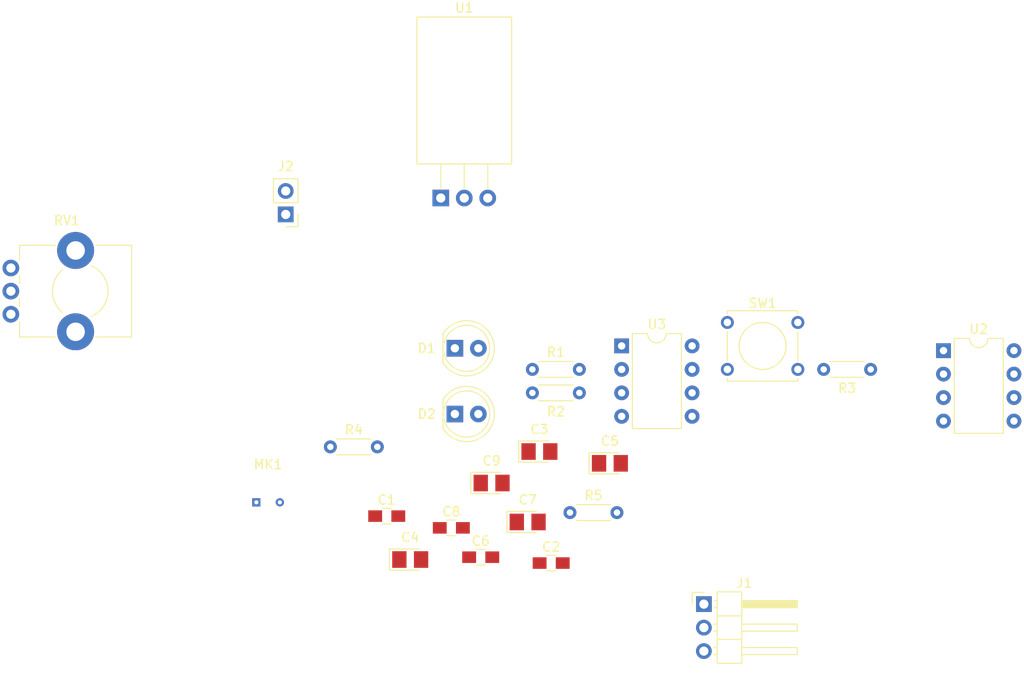
<source format=kicad_pcb>
(kicad_pcb (version 4) (host pcbnew 4.0.7)

  (general
    (links 45)
    (no_connects 45)
    (area 0 0 0 0)
    (thickness 1.6)
    (drawings 0)
    (tracks 0)
    (zones 0)
    (modules 24)
    (nets 21)
  )

  (page A4)
  (layers
    (0 F.Cu signal)
    (31 B.Cu signal)
    (32 B.Adhes user)
    (33 F.Adhes user)
    (34 B.Paste user)
    (35 F.Paste user)
    (36 B.SilkS user)
    (37 F.SilkS user)
    (38 B.Mask user)
    (39 F.Mask user)
    (40 Dwgs.User user)
    (41 Cmts.User user)
    (42 Eco1.User user)
    (43 Eco2.User user)
    (44 Edge.Cuts user)
    (45 Margin user)
    (46 B.CrtYd user)
    (47 F.CrtYd user)
    (48 B.Fab user)
    (49 F.Fab user)
  )

  (setup
    (last_trace_width 0.25)
    (trace_clearance 0.2)
    (zone_clearance 0.508)
    (zone_45_only no)
    (trace_min 0.2)
    (segment_width 0.2)
    (edge_width 0.15)
    (via_size 0.6)
    (via_drill 0.4)
    (via_min_size 0.4)
    (via_min_drill 0.3)
    (uvia_size 0.3)
    (uvia_drill 0.1)
    (uvias_allowed no)
    (uvia_min_size 0.2)
    (uvia_min_drill 0.1)
    (pcb_text_width 0.3)
    (pcb_text_size 1.5 1.5)
    (mod_edge_width 0.15)
    (mod_text_size 1 1)
    (mod_text_width 0.15)
    (pad_size 1.397 1.397)
    (pad_drill 0.8128)
    (pad_to_mask_clearance 0.2)
    (aux_axis_origin 0 0)
    (visible_elements 7FFFFFFF)
    (pcbplotparams
      (layerselection 0x00030_80000001)
      (usegerberextensions false)
      (excludeedgelayer true)
      (linewidth 0.100000)
      (plotframeref false)
      (viasonmask false)
      (mode 1)
      (useauxorigin false)
      (hpglpennumber 1)
      (hpglpenspeed 20)
      (hpglpendiameter 15)
      (hpglpenoverlay 2)
      (psnegative false)
      (psa4output false)
      (plotreference true)
      (plotvalue true)
      (plotinvisibletext false)
      (padsonsilk false)
      (subtractmaskfromsilk false)
      (outputformat 1)
      (mirror false)
      (drillshape 1)
      (scaleselection 1)
      (outputdirectory ""))
  )

  (net 0 "")
  (net 1 GND)
  (net 2 +5V)
  (net 3 "Net-(C3-Pad1)")
  (net 4 "Net-(C3-Pad2)")
  (net 5 "Net-(C4-Pad2)")
  (net 6 "Net-(C5-Pad1)")
  (net 7 "Net-(C5-Pad2)")
  (net 8 "Net-(C6-Pad2)")
  (net 9 "Net-(D1-Pad2)")
  (net 10 "Net-(D2-Pad2)")
  (net 11 "Net-(R1-Pad2)")
  (net 12 "Net-(R2-Pad2)")
  (net 13 "Net-(U3-Pad1)")
  (net 14 "Net-(C1-Pad1)")
  (net 15 /AUD_UC)
  (net 16 /AUD)
  (net 17 /SERVO)
  (net 18 "Net-(RV1-Pad2)")
  (net 19 "Net-(R3-Pad1)")
  (net 20 "Net-(SW1-Pad4)")

  (net_class Default "This is the default net class."
    (clearance 0.2)
    (trace_width 0.25)
    (via_dia 0.6)
    (via_drill 0.4)
    (uvia_dia 0.3)
    (uvia_drill 0.1)
    (add_net +5V)
    (add_net /AUD)
    (add_net /AUD_UC)
    (add_net /SERVO)
    (add_net GND)
    (add_net "Net-(C1-Pad1)")
    (add_net "Net-(C3-Pad1)")
    (add_net "Net-(C3-Pad2)")
    (add_net "Net-(C4-Pad2)")
    (add_net "Net-(C5-Pad1)")
    (add_net "Net-(C5-Pad2)")
    (add_net "Net-(C6-Pad2)")
    (add_net "Net-(D1-Pad2)")
    (add_net "Net-(D2-Pad2)")
    (add_net "Net-(R1-Pad2)")
    (add_net "Net-(R2-Pad2)")
    (add_net "Net-(R3-Pad1)")
    (add_net "Net-(RV1-Pad2)")
    (add_net "Net-(SW1-Pad4)")
    (add_net "Net-(U3-Pad1)")
  )

  (module Capacitors_SMD:C_0805_HandSoldering (layer F.Cu) (tedit 58AA84A8) (tstamp 5B0AD7DD)
    (at 137.16 108.585)
    (descr "Capacitor SMD 0805, hand soldering")
    (tags "capacitor 0805")
    (path /5AB7BAA1)
    (attr smd)
    (fp_text reference C1 (at 0 -1.75) (layer F.SilkS)
      (effects (font (size 1 1) (thickness 0.15)))
    )
    (fp_text value 330nF (at 0 1.75) (layer F.Fab)
      (effects (font (size 1 1) (thickness 0.15)))
    )
    (fp_text user %R (at 0 -1.75) (layer F.Fab)
      (effects (font (size 1 1) (thickness 0.15)))
    )
    (fp_line (start -1 0.62) (end -1 -0.62) (layer F.Fab) (width 0.1))
    (fp_line (start 1 0.62) (end -1 0.62) (layer F.Fab) (width 0.1))
    (fp_line (start 1 -0.62) (end 1 0.62) (layer F.Fab) (width 0.1))
    (fp_line (start -1 -0.62) (end 1 -0.62) (layer F.Fab) (width 0.1))
    (fp_line (start 0.5 -0.85) (end -0.5 -0.85) (layer F.SilkS) (width 0.12))
    (fp_line (start -0.5 0.85) (end 0.5 0.85) (layer F.SilkS) (width 0.12))
    (fp_line (start -2.25 -0.88) (end 2.25 -0.88) (layer F.CrtYd) (width 0.05))
    (fp_line (start -2.25 -0.88) (end -2.25 0.87) (layer F.CrtYd) (width 0.05))
    (fp_line (start 2.25 0.87) (end 2.25 -0.88) (layer F.CrtYd) (width 0.05))
    (fp_line (start 2.25 0.87) (end -2.25 0.87) (layer F.CrtYd) (width 0.05))
    (pad 1 smd rect (at -1.25 0) (size 1.5 1.25) (layers F.Cu F.Paste F.Mask)
      (net 14 "Net-(C1-Pad1)"))
    (pad 2 smd rect (at 1.25 0) (size 1.5 1.25) (layers F.Cu F.Paste F.Mask)
      (net 1 GND))
    (model Capacitors_SMD.3dshapes/C_0805.wrl
      (at (xyz 0 0 0))
      (scale (xyz 1 1 1))
      (rotate (xyz 0 0 0))
    )
  )

  (module Capacitors_SMD:C_0805_HandSoldering (layer F.Cu) (tedit 58AA84A8) (tstamp 5B0AD7E3)
    (at 154.94 113.665)
    (descr "Capacitor SMD 0805, hand soldering")
    (tags "capacitor 0805")
    (path /5AB7BA5E)
    (attr smd)
    (fp_text reference C2 (at 0 -1.75) (layer F.SilkS)
      (effects (font (size 1 1) (thickness 0.15)))
    )
    (fp_text value 100nF (at 0 1.75) (layer F.Fab)
      (effects (font (size 1 1) (thickness 0.15)))
    )
    (fp_text user %R (at 0 -1.75) (layer F.Fab)
      (effects (font (size 1 1) (thickness 0.15)))
    )
    (fp_line (start -1 0.62) (end -1 -0.62) (layer F.Fab) (width 0.1))
    (fp_line (start 1 0.62) (end -1 0.62) (layer F.Fab) (width 0.1))
    (fp_line (start 1 -0.62) (end 1 0.62) (layer F.Fab) (width 0.1))
    (fp_line (start -1 -0.62) (end 1 -0.62) (layer F.Fab) (width 0.1))
    (fp_line (start 0.5 -0.85) (end -0.5 -0.85) (layer F.SilkS) (width 0.12))
    (fp_line (start -0.5 0.85) (end 0.5 0.85) (layer F.SilkS) (width 0.12))
    (fp_line (start -2.25 -0.88) (end 2.25 -0.88) (layer F.CrtYd) (width 0.05))
    (fp_line (start -2.25 -0.88) (end -2.25 0.87) (layer F.CrtYd) (width 0.05))
    (fp_line (start 2.25 0.87) (end 2.25 -0.88) (layer F.CrtYd) (width 0.05))
    (fp_line (start 2.25 0.87) (end -2.25 0.87) (layer F.CrtYd) (width 0.05))
    (pad 1 smd rect (at -1.25 0) (size 1.5 1.25) (layers F.Cu F.Paste F.Mask)
      (net 2 +5V))
    (pad 2 smd rect (at 1.25 0) (size 1.5 1.25) (layers F.Cu F.Paste F.Mask)
      (net 1 GND))
    (model Capacitors_SMD.3dshapes/C_0805.wrl
      (at (xyz 0 0 0))
      (scale (xyz 1 1 1))
      (rotate (xyz 0 0 0))
    )
  )

  (module Capacitors_Tantalum_SMD:CP_Tantalum_Case-R_EIA-2012-12_Reflow (layer F.Cu) (tedit 58CC8C08) (tstamp 5B0AD7E9)
    (at 153.67 101.6)
    (descr "Tantalum capacitor, Case R, EIA 2012-12, 2.0x1.3x1.2mm, Reflow soldering footprint")
    (tags "capacitor tantalum smd")
    (path /5AB8D784)
    (attr smd)
    (fp_text reference C3 (at 0 -2.4) (layer F.SilkS)
      (effects (font (size 1 1) (thickness 0.15)))
    )
    (fp_text value 10uF (at 0 2.4) (layer F.Fab)
      (effects (font (size 1 1) (thickness 0.15)))
    )
    (fp_text user %R (at 0 0) (layer F.Fab)
      (effects (font (size 0.5 0.5) (thickness 0.075)))
    )
    (fp_line (start -2.35 -1.3) (end -2.35 1.3) (layer F.CrtYd) (width 0.05))
    (fp_line (start -2.35 1.3) (end 2.35 1.3) (layer F.CrtYd) (width 0.05))
    (fp_line (start 2.35 1.3) (end 2.35 -1.3) (layer F.CrtYd) (width 0.05))
    (fp_line (start 2.35 -1.3) (end -2.35 -1.3) (layer F.CrtYd) (width 0.05))
    (fp_line (start -1 -0.65) (end -1 0.65) (layer F.Fab) (width 0.1))
    (fp_line (start -1 0.65) (end 1 0.65) (layer F.Fab) (width 0.1))
    (fp_line (start 1 0.65) (end 1 -0.65) (layer F.Fab) (width 0.1))
    (fp_line (start 1 -0.65) (end -1 -0.65) (layer F.Fab) (width 0.1))
    (fp_line (start -0.8 -0.65) (end -0.8 0.65) (layer F.Fab) (width 0.1))
    (fp_line (start -0.7 -0.65) (end -0.7 0.65) (layer F.Fab) (width 0.1))
    (fp_line (start -2.25 -1.15) (end 1 -1.15) (layer F.SilkS) (width 0.12))
    (fp_line (start -2.25 1.15) (end 1 1.15) (layer F.SilkS) (width 0.12))
    (fp_line (start -2.25 -1.15) (end -2.25 1.15) (layer F.SilkS) (width 0.12))
    (pad 1 smd rect (at -1.175 0) (size 1.55 1.8) (layers F.Cu F.Paste F.Mask)
      (net 3 "Net-(C3-Pad1)"))
    (pad 2 smd rect (at 1.175 0) (size 1.55 1.8) (layers F.Cu F.Paste F.Mask)
      (net 4 "Net-(C3-Pad2)"))
    (model Capacitors_Tantalum_SMD.3dshapes/CP_Tantalum_Case-R_EIA-2012-12.wrl
      (at (xyz 0 0 0))
      (scale (xyz 1 1 1))
      (rotate (xyz 0 0 0))
    )
  )

  (module Capacitors_Tantalum_SMD:CP_Tantalum_Case-R_EIA-2012-12_Reflow (layer F.Cu) (tedit 58CC8C08) (tstamp 5B0AD7EF)
    (at 139.7 113.284)
    (descr "Tantalum capacitor, Case R, EIA 2012-12, 2.0x1.3x1.2mm, Reflow soldering footprint")
    (tags "capacitor tantalum smd")
    (path /5AB8E4DE)
    (attr smd)
    (fp_text reference C4 (at 0 -2.4) (layer F.SilkS)
      (effects (font (size 1 1) (thickness 0.15)))
    )
    (fp_text value 10uF (at 0 2.4) (layer F.Fab)
      (effects (font (size 1 1) (thickness 0.15)))
    )
    (fp_text user %R (at 0 0) (layer F.Fab)
      (effects (font (size 0.5 0.5) (thickness 0.075)))
    )
    (fp_line (start -2.35 -1.3) (end -2.35 1.3) (layer F.CrtYd) (width 0.05))
    (fp_line (start -2.35 1.3) (end 2.35 1.3) (layer F.CrtYd) (width 0.05))
    (fp_line (start 2.35 1.3) (end 2.35 -1.3) (layer F.CrtYd) (width 0.05))
    (fp_line (start 2.35 -1.3) (end -2.35 -1.3) (layer F.CrtYd) (width 0.05))
    (fp_line (start -1 -0.65) (end -1 0.65) (layer F.Fab) (width 0.1))
    (fp_line (start -1 0.65) (end 1 0.65) (layer F.Fab) (width 0.1))
    (fp_line (start 1 0.65) (end 1 -0.65) (layer F.Fab) (width 0.1))
    (fp_line (start 1 -0.65) (end -1 -0.65) (layer F.Fab) (width 0.1))
    (fp_line (start -0.8 -0.65) (end -0.8 0.65) (layer F.Fab) (width 0.1))
    (fp_line (start -0.7 -0.65) (end -0.7 0.65) (layer F.Fab) (width 0.1))
    (fp_line (start -2.25 -1.15) (end 1 -1.15) (layer F.SilkS) (width 0.12))
    (fp_line (start -2.25 1.15) (end 1 1.15) (layer F.SilkS) (width 0.12))
    (fp_line (start -2.25 -1.15) (end -2.25 1.15) (layer F.SilkS) (width 0.12))
    (pad 1 smd rect (at -1.175 0) (size 1.55 1.8) (layers F.Cu F.Paste F.Mask)
      (net 1 GND))
    (pad 2 smd rect (at 1.175 0) (size 1.55 1.8) (layers F.Cu F.Paste F.Mask)
      (net 5 "Net-(C4-Pad2)"))
    (model Capacitors_Tantalum_SMD.3dshapes/CP_Tantalum_Case-R_EIA-2012-12.wrl
      (at (xyz 0 0 0))
      (scale (xyz 1 1 1))
      (rotate (xyz 0 0 0))
    )
  )

  (module Capacitors_Tantalum_SMD:CP_Tantalum_Case-R_EIA-2012-12_Reflow (layer F.Cu) (tedit 58CC8C08) (tstamp 5B0AD7F5)
    (at 161.29 102.87)
    (descr "Tantalum capacitor, Case R, EIA 2012-12, 2.0x1.3x1.2mm, Reflow soldering footprint")
    (tags "capacitor tantalum smd")
    (path /5AB8E778)
    (attr smd)
    (fp_text reference C5 (at 0 -2.4) (layer F.SilkS)
      (effects (font (size 1 1) (thickness 0.15)))
    )
    (fp_text value 10uF (at 0 2.4) (layer F.Fab)
      (effects (font (size 1 1) (thickness 0.15)))
    )
    (fp_text user %R (at 0 0) (layer F.Fab)
      (effects (font (size 0.5 0.5) (thickness 0.075)))
    )
    (fp_line (start -2.35 -1.3) (end -2.35 1.3) (layer F.CrtYd) (width 0.05))
    (fp_line (start -2.35 1.3) (end 2.35 1.3) (layer F.CrtYd) (width 0.05))
    (fp_line (start 2.35 1.3) (end 2.35 -1.3) (layer F.CrtYd) (width 0.05))
    (fp_line (start 2.35 -1.3) (end -2.35 -1.3) (layer F.CrtYd) (width 0.05))
    (fp_line (start -1 -0.65) (end -1 0.65) (layer F.Fab) (width 0.1))
    (fp_line (start -1 0.65) (end 1 0.65) (layer F.Fab) (width 0.1))
    (fp_line (start 1 0.65) (end 1 -0.65) (layer F.Fab) (width 0.1))
    (fp_line (start 1 -0.65) (end -1 -0.65) (layer F.Fab) (width 0.1))
    (fp_line (start -0.8 -0.65) (end -0.8 0.65) (layer F.Fab) (width 0.1))
    (fp_line (start -0.7 -0.65) (end -0.7 0.65) (layer F.Fab) (width 0.1))
    (fp_line (start -2.25 -1.15) (end 1 -1.15) (layer F.SilkS) (width 0.12))
    (fp_line (start -2.25 1.15) (end 1 1.15) (layer F.SilkS) (width 0.12))
    (fp_line (start -2.25 -1.15) (end -2.25 1.15) (layer F.SilkS) (width 0.12))
    (pad 1 smd rect (at -1.175 0) (size 1.55 1.8) (layers F.Cu F.Paste F.Mask)
      (net 6 "Net-(C5-Pad1)"))
    (pad 2 smd rect (at 1.175 0) (size 1.55 1.8) (layers F.Cu F.Paste F.Mask)
      (net 7 "Net-(C5-Pad2)"))
    (model Capacitors_Tantalum_SMD.3dshapes/CP_Tantalum_Case-R_EIA-2012-12.wrl
      (at (xyz 0 0 0))
      (scale (xyz 1 1 1))
      (rotate (xyz 0 0 0))
    )
  )

  (module Capacitors_SMD:C_0805_HandSoldering (layer F.Cu) (tedit 58AA84A8) (tstamp 5B0AD7FB)
    (at 147.32 113.03)
    (descr "Capacitor SMD 0805, hand soldering")
    (tags "capacitor 0805")
    (path /5AB8633E)
    (attr smd)
    (fp_text reference C6 (at 0 -1.75) (layer F.SilkS)
      (effects (font (size 1 1) (thickness 0.15)))
    )
    (fp_text value 47nF (at 0 1.75) (layer F.Fab)
      (effects (font (size 1 1) (thickness 0.15)))
    )
    (fp_text user %R (at 0 -1.75) (layer F.Fab)
      (effects (font (size 1 1) (thickness 0.15)))
    )
    (fp_line (start -1 0.62) (end -1 -0.62) (layer F.Fab) (width 0.1))
    (fp_line (start 1 0.62) (end -1 0.62) (layer F.Fab) (width 0.1))
    (fp_line (start 1 -0.62) (end 1 0.62) (layer F.Fab) (width 0.1))
    (fp_line (start -1 -0.62) (end 1 -0.62) (layer F.Fab) (width 0.1))
    (fp_line (start 0.5 -0.85) (end -0.5 -0.85) (layer F.SilkS) (width 0.12))
    (fp_line (start -0.5 0.85) (end 0.5 0.85) (layer F.SilkS) (width 0.12))
    (fp_line (start -2.25 -0.88) (end 2.25 -0.88) (layer F.CrtYd) (width 0.05))
    (fp_line (start -2.25 -0.88) (end -2.25 0.87) (layer F.CrtYd) (width 0.05))
    (fp_line (start 2.25 0.87) (end 2.25 -0.88) (layer F.CrtYd) (width 0.05))
    (fp_line (start 2.25 0.87) (end -2.25 0.87) (layer F.CrtYd) (width 0.05))
    (pad 1 smd rect (at -1.25 0) (size 1.5 1.25) (layers F.Cu F.Paste F.Mask)
      (net 15 /AUD_UC))
    (pad 2 smd rect (at 1.25 0) (size 1.5 1.25) (layers F.Cu F.Paste F.Mask)
      (net 8 "Net-(C6-Pad2)"))
    (model Capacitors_SMD.3dshapes/C_0805.wrl
      (at (xyz 0 0 0))
      (scale (xyz 1 1 1))
      (rotate (xyz 0 0 0))
    )
  )

  (module Capacitors_Tantalum_SMD:CP_Tantalum_Case-R_EIA-2012-12_Reflow (layer F.Cu) (tedit 58CC8C08) (tstamp 5B0AD801)
    (at 152.4 109.22)
    (descr "Tantalum capacitor, Case R, EIA 2012-12, 2.0x1.3x1.2mm, Reflow soldering footprint")
    (tags "capacitor tantalum smd")
    (path /5AB8E40B)
    (attr smd)
    (fp_text reference C7 (at 0 -2.4) (layer F.SilkS)
      (effects (font (size 1 1) (thickness 0.15)))
    )
    (fp_text value 220uF (at 0 2.4) (layer F.Fab)
      (effects (font (size 1 1) (thickness 0.15)))
    )
    (fp_text user %R (at 0 0) (layer F.Fab)
      (effects (font (size 0.5 0.5) (thickness 0.075)))
    )
    (fp_line (start -2.35 -1.3) (end -2.35 1.3) (layer F.CrtYd) (width 0.05))
    (fp_line (start -2.35 1.3) (end 2.35 1.3) (layer F.CrtYd) (width 0.05))
    (fp_line (start 2.35 1.3) (end 2.35 -1.3) (layer F.CrtYd) (width 0.05))
    (fp_line (start 2.35 -1.3) (end -2.35 -1.3) (layer F.CrtYd) (width 0.05))
    (fp_line (start -1 -0.65) (end -1 0.65) (layer F.Fab) (width 0.1))
    (fp_line (start -1 0.65) (end 1 0.65) (layer F.Fab) (width 0.1))
    (fp_line (start 1 0.65) (end 1 -0.65) (layer F.Fab) (width 0.1))
    (fp_line (start 1 -0.65) (end -1 -0.65) (layer F.Fab) (width 0.1))
    (fp_line (start -0.8 -0.65) (end -0.8 0.65) (layer F.Fab) (width 0.1))
    (fp_line (start -0.7 -0.65) (end -0.7 0.65) (layer F.Fab) (width 0.1))
    (fp_line (start -2.25 -1.15) (end 1 -1.15) (layer F.SilkS) (width 0.12))
    (fp_line (start -2.25 1.15) (end 1 1.15) (layer F.SilkS) (width 0.12))
    (fp_line (start -2.25 -1.15) (end -2.25 1.15) (layer F.SilkS) (width 0.12))
    (pad 1 smd rect (at -1.175 0) (size 1.55 1.8) (layers F.Cu F.Paste F.Mask)
      (net 15 /AUD_UC))
    (pad 2 smd rect (at 1.175 0) (size 1.55 1.8) (layers F.Cu F.Paste F.Mask)
      (net 16 /AUD))
    (model Capacitors_Tantalum_SMD.3dshapes/CP_Tantalum_Case-R_EIA-2012-12.wrl
      (at (xyz 0 0 0))
      (scale (xyz 1 1 1))
      (rotate (xyz 0 0 0))
    )
  )

  (module Capacitors_SMD:C_0805_HandSoldering (layer F.Cu) (tedit 58AA84A8) (tstamp 5B0AD807)
    (at 144.145 109.855)
    (descr "Capacitor SMD 0805, hand soldering")
    (tags "capacitor 0805")
    (path /5AC8E996)
    (attr smd)
    (fp_text reference C8 (at 0 -1.75) (layer F.SilkS)
      (effects (font (size 1 1) (thickness 0.15)))
    )
    (fp_text value 100nF (at 0 1.75) (layer F.Fab)
      (effects (font (size 1 1) (thickness 0.15)))
    )
    (fp_text user %R (at 0 -1.75) (layer F.Fab)
      (effects (font (size 1 1) (thickness 0.15)))
    )
    (fp_line (start -1 0.62) (end -1 -0.62) (layer F.Fab) (width 0.1))
    (fp_line (start 1 0.62) (end -1 0.62) (layer F.Fab) (width 0.1))
    (fp_line (start 1 -0.62) (end 1 0.62) (layer F.Fab) (width 0.1))
    (fp_line (start -1 -0.62) (end 1 -0.62) (layer F.Fab) (width 0.1))
    (fp_line (start 0.5 -0.85) (end -0.5 -0.85) (layer F.SilkS) (width 0.12))
    (fp_line (start -0.5 0.85) (end 0.5 0.85) (layer F.SilkS) (width 0.12))
    (fp_line (start -2.25 -0.88) (end 2.25 -0.88) (layer F.CrtYd) (width 0.05))
    (fp_line (start -2.25 -0.88) (end -2.25 0.87) (layer F.CrtYd) (width 0.05))
    (fp_line (start 2.25 0.87) (end 2.25 -0.88) (layer F.CrtYd) (width 0.05))
    (fp_line (start 2.25 0.87) (end -2.25 0.87) (layer F.CrtYd) (width 0.05))
    (pad 1 smd rect (at -1.25 0) (size 1.5 1.25) (layers F.Cu F.Paste F.Mask)
      (net 2 +5V))
    (pad 2 smd rect (at 1.25 0) (size 1.5 1.25) (layers F.Cu F.Paste F.Mask)
      (net 1 GND))
    (model Capacitors_SMD.3dshapes/C_0805.wrl
      (at (xyz 0 0 0))
      (scale (xyz 1 1 1))
      (rotate (xyz 0 0 0))
    )
  )

  (module Capacitors_Tantalum_SMD:CP_Tantalum_Case-R_EIA-2012-12_Reflow (layer F.Cu) (tedit 58CC8C08) (tstamp 5B0AD80D)
    (at 148.5011 105.0036)
    (descr "Tantalum capacitor, Case R, EIA 2012-12, 2.0x1.3x1.2mm, Reflow soldering footprint")
    (tags "capacitor tantalum smd")
    (path /5AC8EB6D)
    (attr smd)
    (fp_text reference C9 (at 0 -2.4) (layer F.SilkS)
      (effects (font (size 1 1) (thickness 0.15)))
    )
    (fp_text value 100uF (at 0 2.4) (layer F.Fab)
      (effects (font (size 1 1) (thickness 0.15)))
    )
    (fp_text user %R (at 0 0) (layer F.Fab)
      (effects (font (size 0.5 0.5) (thickness 0.075)))
    )
    (fp_line (start -2.35 -1.3) (end -2.35 1.3) (layer F.CrtYd) (width 0.05))
    (fp_line (start -2.35 1.3) (end 2.35 1.3) (layer F.CrtYd) (width 0.05))
    (fp_line (start 2.35 1.3) (end 2.35 -1.3) (layer F.CrtYd) (width 0.05))
    (fp_line (start 2.35 -1.3) (end -2.35 -1.3) (layer F.CrtYd) (width 0.05))
    (fp_line (start -1 -0.65) (end -1 0.65) (layer F.Fab) (width 0.1))
    (fp_line (start -1 0.65) (end 1 0.65) (layer F.Fab) (width 0.1))
    (fp_line (start 1 0.65) (end 1 -0.65) (layer F.Fab) (width 0.1))
    (fp_line (start 1 -0.65) (end -1 -0.65) (layer F.Fab) (width 0.1))
    (fp_line (start -0.8 -0.65) (end -0.8 0.65) (layer F.Fab) (width 0.1))
    (fp_line (start -0.7 -0.65) (end -0.7 0.65) (layer F.Fab) (width 0.1))
    (fp_line (start -2.25 -1.15) (end 1 -1.15) (layer F.SilkS) (width 0.12))
    (fp_line (start -2.25 1.15) (end 1 1.15) (layer F.SilkS) (width 0.12))
    (fp_line (start -2.25 -1.15) (end -2.25 1.15) (layer F.SilkS) (width 0.12))
    (pad 1 smd rect (at -1.175 0) (size 1.55 1.8) (layers F.Cu F.Paste F.Mask)
      (net 2 +5V))
    (pad 2 smd rect (at 1.175 0) (size 1.55 1.8) (layers F.Cu F.Paste F.Mask)
      (net 1 GND))
    (model Capacitors_Tantalum_SMD.3dshapes/CP_Tantalum_Case-R_EIA-2012-12.wrl
      (at (xyz 0 0 0))
      (scale (xyz 1 1 1))
      (rotate (xyz 0 0 0))
    )
  )

  (module LEDs:LED_D5.0mm (layer F.Cu) (tedit 5B0AD848) (tstamp 5B0AD813)
    (at 144.526 90.424)
    (descr "LED, diameter 5.0mm, 2 pins, http://cdn-reichelt.de/documents/datenblatt/A500/LL-504BC2E-009.pdf")
    (tags "LED diameter 5.0mm 2 pins")
    (path /5AB7A076)
    (fp_text reference D1 (at -3.048 0) (layer F.SilkS)
      (effects (font (size 1 1) (thickness 0.15)))
    )
    (fp_text value LED_G (at -4.318 2.54) (layer F.Fab)
      (effects (font (size 1 1) (thickness 0.15)))
    )
    (fp_arc (start 1.27 0) (end -1.23 -1.469694) (angle 299.1) (layer F.Fab) (width 0.1))
    (fp_arc (start 1.27 0) (end -1.29 -1.54483) (angle 148.9) (layer F.SilkS) (width 0.12))
    (fp_arc (start 1.27 0) (end -1.29 1.54483) (angle -148.9) (layer F.SilkS) (width 0.12))
    (fp_circle (center 1.27 0) (end 3.77 0) (layer F.Fab) (width 0.1))
    (fp_circle (center 1.27 0) (end 3.77 0) (layer F.SilkS) (width 0.12))
    (fp_line (start -1.23 -1.469694) (end -1.23 1.469694) (layer F.Fab) (width 0.1))
    (fp_line (start -1.29 -1.545) (end -1.29 1.545) (layer F.SilkS) (width 0.12))
    (fp_line (start -1.95 -3.25) (end -1.95 3.25) (layer F.CrtYd) (width 0.05))
    (fp_line (start -1.95 3.25) (end 4.5 3.25) (layer F.CrtYd) (width 0.05))
    (fp_line (start 4.5 3.25) (end 4.5 -3.25) (layer F.CrtYd) (width 0.05))
    (fp_line (start 4.5 -3.25) (end -1.95 -3.25) (layer F.CrtYd) (width 0.05))
    (fp_text user %R (at 1.25 0) (layer F.Fab)
      (effects (font (size 0.8 0.8) (thickness 0.2)))
    )
    (pad 1 thru_hole rect (at 0 0) (size 1.8 1.8) (drill 0.9) (layers *.Cu *.Mask)
      (net 1 GND))
    (pad 2 thru_hole circle (at 2.54 0) (size 1.8 1.8) (drill 0.9) (layers *.Cu *.Mask)
      (net 9 "Net-(D1-Pad2)"))
    (model ${KISYS3DMOD}/LEDs.3dshapes/LED_D5.0mm.wrl
      (at (xyz 0 0 0))
      (scale (xyz 0.393701 0.393701 0.393701))
      (rotate (xyz 0 0 0))
    )
  )

  (module LEDs:LED_D5.0mm (layer F.Cu) (tedit 5B0AD845) (tstamp 5B0AD819)
    (at 144.526 97.536)
    (descr "LED, diameter 5.0mm, 2 pins, http://cdn-reichelt.de/documents/datenblatt/A500/LL-504BC2E-009.pdf")
    (tags "LED diameter 5.0mm 2 pins")
    (path /5AB79FBD)
    (fp_text reference D2 (at -3.048 0) (layer F.SilkS)
      (effects (font (size 1 1) (thickness 0.15)))
    )
    (fp_text value LED_R (at -4.318 2.54) (layer F.Fab)
      (effects (font (size 1 1) (thickness 0.15)))
    )
    (fp_arc (start 1.27 0) (end -1.23 -1.469694) (angle 299.1) (layer F.Fab) (width 0.1))
    (fp_arc (start 1.27 0) (end -1.29 -1.54483) (angle 148.9) (layer F.SilkS) (width 0.12))
    (fp_arc (start 1.27 0) (end -1.29 1.54483) (angle -148.9) (layer F.SilkS) (width 0.12))
    (fp_circle (center 1.27 0) (end 3.77 0) (layer F.Fab) (width 0.1))
    (fp_circle (center 1.27 0) (end 3.77 0) (layer F.SilkS) (width 0.12))
    (fp_line (start -1.23 -1.469694) (end -1.23 1.469694) (layer F.Fab) (width 0.1))
    (fp_line (start -1.29 -1.545) (end -1.29 1.545) (layer F.SilkS) (width 0.12))
    (fp_line (start -1.95 -3.25) (end -1.95 3.25) (layer F.CrtYd) (width 0.05))
    (fp_line (start -1.95 3.25) (end 4.5 3.25) (layer F.CrtYd) (width 0.05))
    (fp_line (start 4.5 3.25) (end 4.5 -3.25) (layer F.CrtYd) (width 0.05))
    (fp_line (start 4.5 -3.25) (end -1.95 -3.25) (layer F.CrtYd) (width 0.05))
    (fp_text user %R (at 1.25 0) (layer F.Fab)
      (effects (font (size 0.8 0.8) (thickness 0.2)))
    )
    (pad 1 thru_hole rect (at 0 0) (size 1.8 1.8) (drill 0.9) (layers *.Cu *.Mask)
      (net 1 GND))
    (pad 2 thru_hole circle (at 2.54 0) (size 1.8 1.8) (drill 0.9) (layers *.Cu *.Mask)
      (net 10 "Net-(D2-Pad2)"))
    (model ${KISYS3DMOD}/LEDs.3dshapes/LED_D5.0mm.wrl
      (at (xyz 0 0 0))
      (scale (xyz 0.393701 0.393701 0.393701))
      (rotate (xyz 0 0 0))
    )
  )

  (module Pin_Headers:Pin_Header_Angled_1x03_Pitch2.54mm (layer F.Cu) (tedit 59650532) (tstamp 5B0AD820)
    (at 171.45 118.11)
    (descr "Through hole angled pin header, 1x03, 2.54mm pitch, 6mm pin length, single row")
    (tags "Through hole angled pin header THT 1x03 2.54mm single row")
    (path /5AB79245)
    (fp_text reference J1 (at 4.385 -2.27) (layer F.SilkS)
      (effects (font (size 1 1) (thickness 0.15)))
    )
    (fp_text value CServ (at 4.385 7.35) (layer F.Fab)
      (effects (font (size 1 1) (thickness 0.15)))
    )
    (fp_line (start 2.135 -1.27) (end 4.04 -1.27) (layer F.Fab) (width 0.1))
    (fp_line (start 4.04 -1.27) (end 4.04 6.35) (layer F.Fab) (width 0.1))
    (fp_line (start 4.04 6.35) (end 1.5 6.35) (layer F.Fab) (width 0.1))
    (fp_line (start 1.5 6.35) (end 1.5 -0.635) (layer F.Fab) (width 0.1))
    (fp_line (start 1.5 -0.635) (end 2.135 -1.27) (layer F.Fab) (width 0.1))
    (fp_line (start -0.32 -0.32) (end 1.5 -0.32) (layer F.Fab) (width 0.1))
    (fp_line (start -0.32 -0.32) (end -0.32 0.32) (layer F.Fab) (width 0.1))
    (fp_line (start -0.32 0.32) (end 1.5 0.32) (layer F.Fab) (width 0.1))
    (fp_line (start 4.04 -0.32) (end 10.04 -0.32) (layer F.Fab) (width 0.1))
    (fp_line (start 10.04 -0.32) (end 10.04 0.32) (layer F.Fab) (width 0.1))
    (fp_line (start 4.04 0.32) (end 10.04 0.32) (layer F.Fab) (width 0.1))
    (fp_line (start -0.32 2.22) (end 1.5 2.22) (layer F.Fab) (width 0.1))
    (fp_line (start -0.32 2.22) (end -0.32 2.86) (layer F.Fab) (width 0.1))
    (fp_line (start -0.32 2.86) (end 1.5 2.86) (layer F.Fab) (width 0.1))
    (fp_line (start 4.04 2.22) (end 10.04 2.22) (layer F.Fab) (width 0.1))
    (fp_line (start 10.04 2.22) (end 10.04 2.86) (layer F.Fab) (width 0.1))
    (fp_line (start 4.04 2.86) (end 10.04 2.86) (layer F.Fab) (width 0.1))
    (fp_line (start -0.32 4.76) (end 1.5 4.76) (layer F.Fab) (width 0.1))
    (fp_line (start -0.32 4.76) (end -0.32 5.4) (layer F.Fab) (width 0.1))
    (fp_line (start -0.32 5.4) (end 1.5 5.4) (layer F.Fab) (width 0.1))
    (fp_line (start 4.04 4.76) (end 10.04 4.76) (layer F.Fab) (width 0.1))
    (fp_line (start 10.04 4.76) (end 10.04 5.4) (layer F.Fab) (width 0.1))
    (fp_line (start 4.04 5.4) (end 10.04 5.4) (layer F.Fab) (width 0.1))
    (fp_line (start 1.44 -1.33) (end 1.44 6.41) (layer F.SilkS) (width 0.12))
    (fp_line (start 1.44 6.41) (end 4.1 6.41) (layer F.SilkS) (width 0.12))
    (fp_line (start 4.1 6.41) (end 4.1 -1.33) (layer F.SilkS) (width 0.12))
    (fp_line (start 4.1 -1.33) (end 1.44 -1.33) (layer F.SilkS) (width 0.12))
    (fp_line (start 4.1 -0.38) (end 10.1 -0.38) (layer F.SilkS) (width 0.12))
    (fp_line (start 10.1 -0.38) (end 10.1 0.38) (layer F.SilkS) (width 0.12))
    (fp_line (start 10.1 0.38) (end 4.1 0.38) (layer F.SilkS) (width 0.12))
    (fp_line (start 4.1 -0.32) (end 10.1 -0.32) (layer F.SilkS) (width 0.12))
    (fp_line (start 4.1 -0.2) (end 10.1 -0.2) (layer F.SilkS) (width 0.12))
    (fp_line (start 4.1 -0.08) (end 10.1 -0.08) (layer F.SilkS) (width 0.12))
    (fp_line (start 4.1 0.04) (end 10.1 0.04) (layer F.SilkS) (width 0.12))
    (fp_line (start 4.1 0.16) (end 10.1 0.16) (layer F.SilkS) (width 0.12))
    (fp_line (start 4.1 0.28) (end 10.1 0.28) (layer F.SilkS) (width 0.12))
    (fp_line (start 1.11 -0.38) (end 1.44 -0.38) (layer F.SilkS) (width 0.12))
    (fp_line (start 1.11 0.38) (end 1.44 0.38) (layer F.SilkS) (width 0.12))
    (fp_line (start 1.44 1.27) (end 4.1 1.27) (layer F.SilkS) (width 0.12))
    (fp_line (start 4.1 2.16) (end 10.1 2.16) (layer F.SilkS) (width 0.12))
    (fp_line (start 10.1 2.16) (end 10.1 2.92) (layer F.SilkS) (width 0.12))
    (fp_line (start 10.1 2.92) (end 4.1 2.92) (layer F.SilkS) (width 0.12))
    (fp_line (start 1.042929 2.16) (end 1.44 2.16) (layer F.SilkS) (width 0.12))
    (fp_line (start 1.042929 2.92) (end 1.44 2.92) (layer F.SilkS) (width 0.12))
    (fp_line (start 1.44 3.81) (end 4.1 3.81) (layer F.SilkS) (width 0.12))
    (fp_line (start 4.1 4.7) (end 10.1 4.7) (layer F.SilkS) (width 0.12))
    (fp_line (start 10.1 4.7) (end 10.1 5.46) (layer F.SilkS) (width 0.12))
    (fp_line (start 10.1 5.46) (end 4.1 5.46) (layer F.SilkS) (width 0.12))
    (fp_line (start 1.042929 4.7) (end 1.44 4.7) (layer F.SilkS) (width 0.12))
    (fp_line (start 1.042929 5.46) (end 1.44 5.46) (layer F.SilkS) (width 0.12))
    (fp_line (start -1.27 0) (end -1.27 -1.27) (layer F.SilkS) (width 0.12))
    (fp_line (start -1.27 -1.27) (end 0 -1.27) (layer F.SilkS) (width 0.12))
    (fp_line (start -1.8 -1.8) (end -1.8 6.85) (layer F.CrtYd) (width 0.05))
    (fp_line (start -1.8 6.85) (end 10.55 6.85) (layer F.CrtYd) (width 0.05))
    (fp_line (start 10.55 6.85) (end 10.55 -1.8) (layer F.CrtYd) (width 0.05))
    (fp_line (start 10.55 -1.8) (end -1.8 -1.8) (layer F.CrtYd) (width 0.05))
    (fp_text user %R (at 2.77 2.54 90) (layer F.Fab)
      (effects (font (size 1 1) (thickness 0.15)))
    )
    (pad 1 thru_hole rect (at 0 0) (size 1.7 1.7) (drill 1) (layers *.Cu *.Mask)
      (net 1 GND))
    (pad 2 thru_hole oval (at 0 2.54) (size 1.7 1.7) (drill 1) (layers *.Cu *.Mask)
      (net 2 +5V))
    (pad 3 thru_hole oval (at 0 5.08) (size 1.7 1.7) (drill 1) (layers *.Cu *.Mask)
      (net 17 /SERVO))
    (model ${KISYS3DMOD}/Pin_Headers.3dshapes/Pin_Header_Angled_1x03_Pitch2.54mm.wrl
      (at (xyz 0 0 0))
      (scale (xyz 1 1 1))
      (rotate (xyz 0 0 0))
    )
  )

  (module Pin_Headers:Pin_Header_Straight_1x02_Pitch2.54mm (layer F.Cu) (tedit 5B0AE33D) (tstamp 5B0AD826)
    (at 126.238 75.946 180)
    (descr "Through hole straight pin header, 1x02, 2.54mm pitch, single row")
    (tags "Through hole pin header THT 1x02 2.54mm single row")
    (path /5ABB3F78)
    (fp_text reference J2 (at 0 5.207 180) (layer F.SilkS)
      (effects (font (size 1 1) (thickness 0.15)))
    )
    (fp_text value CBat (at 0 -2.667 180) (layer F.Fab)
      (effects (font (size 1 1) (thickness 0.15)))
    )
    (fp_line (start -0.635 -1.27) (end 1.27 -1.27) (layer F.Fab) (width 0.1))
    (fp_line (start 1.27 -1.27) (end 1.27 3.81) (layer F.Fab) (width 0.1))
    (fp_line (start 1.27 3.81) (end -1.27 3.81) (layer F.Fab) (width 0.1))
    (fp_line (start -1.27 3.81) (end -1.27 -0.635) (layer F.Fab) (width 0.1))
    (fp_line (start -1.27 -0.635) (end -0.635 -1.27) (layer F.Fab) (width 0.1))
    (fp_line (start -1.33 3.87) (end 1.33 3.87) (layer F.SilkS) (width 0.12))
    (fp_line (start -1.33 1.27) (end -1.33 3.87) (layer F.SilkS) (width 0.12))
    (fp_line (start 1.33 1.27) (end 1.33 3.87) (layer F.SilkS) (width 0.12))
    (fp_line (start -1.33 1.27) (end 1.33 1.27) (layer F.SilkS) (width 0.12))
    (fp_line (start -1.33 0) (end -1.33 -1.33) (layer F.SilkS) (width 0.12))
    (fp_line (start -1.33 -1.33) (end 0 -1.33) (layer F.SilkS) (width 0.12))
    (fp_line (start -1.8 -1.8) (end -1.8 4.35) (layer F.CrtYd) (width 0.05))
    (fp_line (start -1.8 4.35) (end 1.8 4.35) (layer F.CrtYd) (width 0.05))
    (fp_line (start 1.8 4.35) (end 1.8 -1.8) (layer F.CrtYd) (width 0.05))
    (fp_line (start 1.8 -1.8) (end -1.8 -1.8) (layer F.CrtYd) (width 0.05))
    (fp_text user %R (at 0 1.27 270) (layer F.Fab)
      (effects (font (size 1 1) (thickness 0.15)))
    )
    (pad 1 thru_hole rect (at 0 0 180) (size 1.7 1.7) (drill 1) (layers *.Cu *.Mask)
      (net 1 GND))
    (pad 2 thru_hole oval (at 0 2.54 180) (size 1.7 1.7) (drill 1) (layers *.Cu *.Mask)
      (net 14 "Net-(C1-Pad1)"))
    (model ${KISYS3DMOD}/Pin_Headers.3dshapes/Pin_Header_Straight_1x02_Pitch2.54mm.wrl
      (at (xyz 0 0 0))
      (scale (xyz 1 1 1))
      (rotate (xyz 0 0 0))
    )
  )

  (module Microphones:CMA-4544PF-W (layer F.Cu) (tedit 5AB7BE7C) (tstamp 5B0AD82C)
    (at 124.333 109.093)
    (path /5AB85FF8)
    (fp_text reference MK1 (at 0 -6.096) (layer F.SilkS)
      (effects (font (size 1 1) (thickness 0.15)))
    )
    (fp_text value Mic (at 0 6.096) (layer F.Fab)
      (effects (font (size 1 1) (thickness 0.15)))
    )
    (fp_circle (center 0 0) (end 5.1 0) (layer B.Paste) (width 0.15))
    (fp_circle (center 0 0) (end 4.85 0) (layer F.Fab) (width 0.15))
    (pad 1 thru_hole rect (at -1.27 -2) (size 0.889 0.889) (drill 0.445) (layers *.Cu *.Mask)
      (net 1 GND))
    (pad 2 thru_hole circle (at 1.27 -2) (size 0.889 0.889) (drill 0.445) (layers *.Cu *.Mask)
      (net 3 "Net-(C3-Pad1)"))
  )

  (module Resistors_THT:R_Axial_DIN0204_L3.6mm_D1.6mm_P5.08mm_Horizontal (layer F.Cu) (tedit 5B0AD809) (tstamp 5B0AD832)
    (at 152.908 92.71)
    (descr "Resistor, Axial_DIN0204 series, Axial, Horizontal, pin pitch=5.08mm, 0.16666666666666666W = 1/6W, length*diameter=3.6*1.6mm^2, http://cdn-reichelt.de/documents/datenblatt/B400/1_4W%23YAG.pdf")
    (tags "Resistor Axial_DIN0204 series Axial Horizontal pin pitch 5.08mm 0.16666666666666666W = 1/6W length 3.6mm diameter 1.6mm")
    (path /5AB79E30)
    (fp_text reference R1 (at 2.54 -1.86) (layer F.SilkS)
      (effects (font (size 1 1) (thickness 0.15)))
    )
    (fp_text value 100 (at 2.54 0) (layer F.Fab)
      (effects (font (size 1 1) (thickness 0.15)))
    )
    (fp_line (start 0.74 -0.8) (end 0.74 0.8) (layer F.Fab) (width 0.1))
    (fp_line (start 0.74 0.8) (end 4.34 0.8) (layer F.Fab) (width 0.1))
    (fp_line (start 4.34 0.8) (end 4.34 -0.8) (layer F.Fab) (width 0.1))
    (fp_line (start 4.34 -0.8) (end 0.74 -0.8) (layer F.Fab) (width 0.1))
    (fp_line (start 0 0) (end 0.74 0) (layer F.Fab) (width 0.1))
    (fp_line (start 5.08 0) (end 4.34 0) (layer F.Fab) (width 0.1))
    (fp_line (start 0.68 -0.86) (end 4.4 -0.86) (layer F.SilkS) (width 0.12))
    (fp_line (start 0.68 0.86) (end 4.4 0.86) (layer F.SilkS) (width 0.12))
    (fp_line (start -0.95 -1.15) (end -0.95 1.15) (layer F.CrtYd) (width 0.05))
    (fp_line (start -0.95 1.15) (end 6.05 1.15) (layer F.CrtYd) (width 0.05))
    (fp_line (start 6.05 1.15) (end 6.05 -1.15) (layer F.CrtYd) (width 0.05))
    (fp_line (start 6.05 -1.15) (end -0.95 -1.15) (layer F.CrtYd) (width 0.05))
    (pad 1 thru_hole circle (at 0 0) (size 1.4 1.4) (drill 0.7) (layers *.Cu *.Mask)
      (net 9 "Net-(D1-Pad2)"))
    (pad 2 thru_hole oval (at 5.08 0) (size 1.4 1.4) (drill 0.7) (layers *.Cu *.Mask)
      (net 11 "Net-(R1-Pad2)"))
    (model ${KISYS3DMOD}/Resistors_THT.3dshapes/R_Axial_DIN0204_L3.6mm_D1.6mm_P5.08mm_Horizontal.wrl
      (at (xyz 0 0 0))
      (scale (xyz 0.393701 0.393701 0.393701))
      (rotate (xyz 0 0 0))
    )
  )

  (module Resistors_THT:R_Axial_DIN0204_L3.6mm_D1.6mm_P5.08mm_Horizontal (layer F.Cu) (tedit 5B0AD80E) (tstamp 5B0AD838)
    (at 152.908 95.25)
    (descr "Resistor, Axial_DIN0204 series, Axial, Horizontal, pin pitch=5.08mm, 0.16666666666666666W = 1/6W, length*diameter=3.6*1.6mm^2, http://cdn-reichelt.de/documents/datenblatt/B400/1_4W%23YAG.pdf")
    (tags "Resistor Axial_DIN0204 series Axial Horizontal pin pitch 5.08mm 0.16666666666666666W = 1/6W length 3.6mm diameter 1.6mm")
    (path /5AB79DDF)
    (fp_text reference R2 (at 2.54 2.032) (layer F.SilkS)
      (effects (font (size 1 1) (thickness 0.15)))
    )
    (fp_text value 180 (at 2.54 0) (layer F.Fab)
      (effects (font (size 1 1) (thickness 0.15)))
    )
    (fp_line (start 0.74 -0.8) (end 0.74 0.8) (layer F.Fab) (width 0.1))
    (fp_line (start 0.74 0.8) (end 4.34 0.8) (layer F.Fab) (width 0.1))
    (fp_line (start 4.34 0.8) (end 4.34 -0.8) (layer F.Fab) (width 0.1))
    (fp_line (start 4.34 -0.8) (end 0.74 -0.8) (layer F.Fab) (width 0.1))
    (fp_line (start 0 0) (end 0.74 0) (layer F.Fab) (width 0.1))
    (fp_line (start 5.08 0) (end 4.34 0) (layer F.Fab) (width 0.1))
    (fp_line (start 0.68 -0.86) (end 4.4 -0.86) (layer F.SilkS) (width 0.12))
    (fp_line (start 0.68 0.86) (end 4.4 0.86) (layer F.SilkS) (width 0.12))
    (fp_line (start -0.95 -1.15) (end -0.95 1.15) (layer F.CrtYd) (width 0.05))
    (fp_line (start -0.95 1.15) (end 6.05 1.15) (layer F.CrtYd) (width 0.05))
    (fp_line (start 6.05 1.15) (end 6.05 -1.15) (layer F.CrtYd) (width 0.05))
    (fp_line (start 6.05 -1.15) (end -0.95 -1.15) (layer F.CrtYd) (width 0.05))
    (pad 1 thru_hole circle (at 0 0) (size 1.4 1.4) (drill 0.7) (layers *.Cu *.Mask)
      (net 10 "Net-(D2-Pad2)"))
    (pad 2 thru_hole oval (at 5.08 0) (size 1.4 1.4) (drill 0.7) (layers *.Cu *.Mask)
      (net 12 "Net-(R2-Pad2)"))
    (model ${KISYS3DMOD}/Resistors_THT.3dshapes/R_Axial_DIN0204_L3.6mm_D1.6mm_P5.08mm_Horizontal.wrl
      (at (xyz 0 0 0))
      (scale (xyz 0.393701 0.393701 0.393701))
      (rotate (xyz 0 0 0))
    )
  )

  (module Resistors_THT:R_Axial_DIN0204_L3.6mm_D1.6mm_P5.08mm_Horizontal (layer F.Cu) (tedit 5B0ADB64) (tstamp 5B0AD83E)
    (at 131.064 101.092)
    (descr "Resistor, Axial_DIN0204 series, Axial, Horizontal, pin pitch=5.08mm, 0.16666666666666666W = 1/6W, length*diameter=3.6*1.6mm^2, http://cdn-reichelt.de/documents/datenblatt/B400/1_4W%23YAG.pdf")
    (tags "Resistor Axial_DIN0204 series Axial Horizontal pin pitch 5.08mm 0.16666666666666666W = 1/6W length 3.6mm diameter 1.6mm")
    (path /5AB86059)
    (fp_text reference R4 (at 2.54 -1.86) (layer F.SilkS)
      (effects (font (size 1 1) (thickness 0.15)))
    )
    (fp_text value 4.7K (at 2.54 0) (layer F.Fab)
      (effects (font (size 1 1) (thickness 0.15)))
    )
    (fp_line (start 0.74 -0.8) (end 0.74 0.8) (layer F.Fab) (width 0.1))
    (fp_line (start 0.74 0.8) (end 4.34 0.8) (layer F.Fab) (width 0.1))
    (fp_line (start 4.34 0.8) (end 4.34 -0.8) (layer F.Fab) (width 0.1))
    (fp_line (start 4.34 -0.8) (end 0.74 -0.8) (layer F.Fab) (width 0.1))
    (fp_line (start 0 0) (end 0.74 0) (layer F.Fab) (width 0.1))
    (fp_line (start 5.08 0) (end 4.34 0) (layer F.Fab) (width 0.1))
    (fp_line (start 0.68 -0.86) (end 4.4 -0.86) (layer F.SilkS) (width 0.12))
    (fp_line (start 0.68 0.86) (end 4.4 0.86) (layer F.SilkS) (width 0.12))
    (fp_line (start -0.95 -1.15) (end -0.95 1.15) (layer F.CrtYd) (width 0.05))
    (fp_line (start -0.95 1.15) (end 6.05 1.15) (layer F.CrtYd) (width 0.05))
    (fp_line (start 6.05 1.15) (end 6.05 -1.15) (layer F.CrtYd) (width 0.05))
    (fp_line (start 6.05 -1.15) (end -0.95 -1.15) (layer F.CrtYd) (width 0.05))
    (pad 1 thru_hole circle (at 0 0) (size 1.4 1.4) (drill 0.7) (layers *.Cu *.Mask)
      (net 2 +5V))
    (pad 2 thru_hole oval (at 5.08 0) (size 1.4 1.4) (drill 0.7) (layers *.Cu *.Mask)
      (net 3 "Net-(C3-Pad1)"))
    (model ${KISYS3DMOD}/Resistors_THT.3dshapes/R_Axial_DIN0204_L3.6mm_D1.6mm_P5.08mm_Horizontal.wrl
      (at (xyz 0 0 0))
      (scale (xyz 0.393701 0.393701 0.393701))
      (rotate (xyz 0 0 0))
    )
  )

  (module Resistors_THT:R_Axial_DIN0204_L3.6mm_D1.6mm_P5.08mm_Horizontal (layer F.Cu) (tedit 5B0ADB5D) (tstamp 5B0AD844)
    (at 156.972 108.204)
    (descr "Resistor, Axial_DIN0204 series, Axial, Horizontal, pin pitch=5.08mm, 0.16666666666666666W = 1/6W, length*diameter=3.6*1.6mm^2, http://cdn-reichelt.de/documents/datenblatt/B400/1_4W%23YAG.pdf")
    (tags "Resistor Axial_DIN0204 series Axial Horizontal pin pitch 5.08mm 0.16666666666666666W = 1/6W length 3.6mm diameter 1.6mm")
    (path /5AB887BE)
    (fp_text reference R5 (at 2.54 -1.86) (layer F.SilkS)
      (effects (font (size 1 1) (thickness 0.15)))
    )
    (fp_text value 10 (at 2.54 0) (layer F.Fab)
      (effects (font (size 1 1) (thickness 0.15)))
    )
    (fp_line (start 0.74 -0.8) (end 0.74 0.8) (layer F.Fab) (width 0.1))
    (fp_line (start 0.74 0.8) (end 4.34 0.8) (layer F.Fab) (width 0.1))
    (fp_line (start 4.34 0.8) (end 4.34 -0.8) (layer F.Fab) (width 0.1))
    (fp_line (start 4.34 -0.8) (end 0.74 -0.8) (layer F.Fab) (width 0.1))
    (fp_line (start 0 0) (end 0.74 0) (layer F.Fab) (width 0.1))
    (fp_line (start 5.08 0) (end 4.34 0) (layer F.Fab) (width 0.1))
    (fp_line (start 0.68 -0.86) (end 4.4 -0.86) (layer F.SilkS) (width 0.12))
    (fp_line (start 0.68 0.86) (end 4.4 0.86) (layer F.SilkS) (width 0.12))
    (fp_line (start -0.95 -1.15) (end -0.95 1.15) (layer F.CrtYd) (width 0.05))
    (fp_line (start -0.95 1.15) (end 6.05 1.15) (layer F.CrtYd) (width 0.05))
    (fp_line (start 6.05 1.15) (end 6.05 -1.15) (layer F.CrtYd) (width 0.05))
    (fp_line (start 6.05 -1.15) (end -0.95 -1.15) (layer F.CrtYd) (width 0.05))
    (pad 1 thru_hole circle (at 0 0) (size 1.4 1.4) (drill 0.7) (layers *.Cu *.Mask)
      (net 8 "Net-(C6-Pad2)"))
    (pad 2 thru_hole oval (at 5.08 0) (size 1.4 1.4) (drill 0.7) (layers *.Cu *.Mask)
      (net 1 GND))
    (model ${KISYS3DMOD}/Resistors_THT.3dshapes/R_Axial_DIN0204_L3.6mm_D1.6mm_P5.08mm_Horizontal.wrl
      (at (xyz 0 0 0))
      (scale (xyz 0.393701 0.393701 0.393701))
      (rotate (xyz 0 0 0))
    )
  )

  (module TO_SOT_Packages_THT:TO-220-3_Horizontal (layer F.Cu) (tedit 58CE52AD) (tstamp 5B0AD84C)
    (at 143.002 74.168)
    (descr "TO-220-3, Horizontal, RM 2.54mm")
    (tags "TO-220-3 Horizontal RM 2.54mm")
    (path /5AB7B9F9)
    (fp_text reference U1 (at 2.54 -20.58) (layer F.SilkS)
      (effects (font (size 1 1) (thickness 0.15)))
    )
    (fp_text value L7805 (at 2.54 1.9) (layer F.Fab)
      (effects (font (size 1 1) (thickness 0.15)))
    )
    (fp_text user %R (at 2.54 -20.58) (layer F.Fab)
      (effects (font (size 1 1) (thickness 0.15)))
    )
    (fp_line (start -2.46 -13.06) (end -2.46 -19.46) (layer F.Fab) (width 0.1))
    (fp_line (start -2.46 -19.46) (end 7.54 -19.46) (layer F.Fab) (width 0.1))
    (fp_line (start 7.54 -19.46) (end 7.54 -13.06) (layer F.Fab) (width 0.1))
    (fp_line (start 7.54 -13.06) (end -2.46 -13.06) (layer F.Fab) (width 0.1))
    (fp_line (start -2.46 -3.81) (end -2.46 -13.06) (layer F.Fab) (width 0.1))
    (fp_line (start -2.46 -13.06) (end 7.54 -13.06) (layer F.Fab) (width 0.1))
    (fp_line (start 7.54 -13.06) (end 7.54 -3.81) (layer F.Fab) (width 0.1))
    (fp_line (start 7.54 -3.81) (end -2.46 -3.81) (layer F.Fab) (width 0.1))
    (fp_line (start 0 -3.81) (end 0 0) (layer F.Fab) (width 0.1))
    (fp_line (start 2.54 -3.81) (end 2.54 0) (layer F.Fab) (width 0.1))
    (fp_line (start 5.08 -3.81) (end 5.08 0) (layer F.Fab) (width 0.1))
    (fp_line (start -2.58 -3.69) (end 7.66 -3.69) (layer F.SilkS) (width 0.12))
    (fp_line (start -2.58 -19.58) (end 7.66 -19.58) (layer F.SilkS) (width 0.12))
    (fp_line (start -2.58 -19.58) (end -2.58 -3.69) (layer F.SilkS) (width 0.12))
    (fp_line (start 7.66 -19.58) (end 7.66 -3.69) (layer F.SilkS) (width 0.12))
    (fp_line (start 0 -3.69) (end 0 -1.05) (layer F.SilkS) (width 0.12))
    (fp_line (start 2.54 -3.69) (end 2.54 -1.066) (layer F.SilkS) (width 0.12))
    (fp_line (start 5.08 -3.69) (end 5.08 -1.066) (layer F.SilkS) (width 0.12))
    (fp_line (start -2.71 -19.71) (end -2.71 1.15) (layer F.CrtYd) (width 0.05))
    (fp_line (start -2.71 1.15) (end 7.79 1.15) (layer F.CrtYd) (width 0.05))
    (fp_line (start 7.79 1.15) (end 7.79 -19.71) (layer F.CrtYd) (width 0.05))
    (fp_line (start 7.79 -19.71) (end -2.71 -19.71) (layer F.CrtYd) (width 0.05))
    (fp_circle (center 2.54 -16.66) (end 4.39 -16.66) (layer F.Fab) (width 0.1))
    (pad 0 np_thru_hole oval (at 2.54 -16.66) (size 3.5 3.5) (drill 3.5) (layers *.Cu *.Mask))
    (pad 1 thru_hole rect (at 0 0) (size 1.8 1.8) (drill 1) (layers *.Cu *.Mask)
      (net 14 "Net-(C1-Pad1)"))
    (pad 2 thru_hole oval (at 2.54 0) (size 1.8 1.8) (drill 1) (layers *.Cu *.Mask)
      (net 1 GND))
    (pad 3 thru_hole oval (at 5.08 0) (size 1.8 1.8) (drill 1) (layers *.Cu *.Mask)
      (net 2 +5V))
    (model ${KISYS3DMOD}/TO_SOT_Packages_THT.3dshapes/TO-220-3_Horizontal.wrl
      (at (xyz 0.1 0 0))
      (scale (xyz 0.393701 0.393701 0.393701))
      (rotate (xyz 0 0 0))
    )
  )

  (module Housings_DIP:DIP-8_W7.62mm (layer F.Cu) (tedit 59C78D6B) (tstamp 5B0AD858)
    (at 197.358 90.678)
    (descr "8-lead though-hole mounted DIP package, row spacing 7.62 mm (300 mils)")
    (tags "THT DIP DIL PDIP 2.54mm 7.62mm 300mil")
    (path /5AB864BB)
    (fp_text reference U2 (at 3.81 -2.33) (layer F.SilkS)
      (effects (font (size 1 1) (thickness 0.15)))
    )
    (fp_text value LM386 (at 3.81 9.95) (layer F.Fab)
      (effects (font (size 1 1) (thickness 0.15)))
    )
    (fp_arc (start 3.81 -1.33) (end 2.81 -1.33) (angle -180) (layer F.SilkS) (width 0.12))
    (fp_line (start 1.635 -1.27) (end 6.985 -1.27) (layer F.Fab) (width 0.1))
    (fp_line (start 6.985 -1.27) (end 6.985 8.89) (layer F.Fab) (width 0.1))
    (fp_line (start 6.985 8.89) (end 0.635 8.89) (layer F.Fab) (width 0.1))
    (fp_line (start 0.635 8.89) (end 0.635 -0.27) (layer F.Fab) (width 0.1))
    (fp_line (start 0.635 -0.27) (end 1.635 -1.27) (layer F.Fab) (width 0.1))
    (fp_line (start 2.81 -1.33) (end 1.16 -1.33) (layer F.SilkS) (width 0.12))
    (fp_line (start 1.16 -1.33) (end 1.16 8.95) (layer F.SilkS) (width 0.12))
    (fp_line (start 1.16 8.95) (end 6.46 8.95) (layer F.SilkS) (width 0.12))
    (fp_line (start 6.46 8.95) (end 6.46 -1.33) (layer F.SilkS) (width 0.12))
    (fp_line (start 6.46 -1.33) (end 4.81 -1.33) (layer F.SilkS) (width 0.12))
    (fp_line (start -1.1 -1.55) (end -1.1 9.15) (layer F.CrtYd) (width 0.05))
    (fp_line (start -1.1 9.15) (end 8.7 9.15) (layer F.CrtYd) (width 0.05))
    (fp_line (start 8.7 9.15) (end 8.7 -1.55) (layer F.CrtYd) (width 0.05))
    (fp_line (start 8.7 -1.55) (end -1.1 -1.55) (layer F.CrtYd) (width 0.05))
    (fp_text user %R (at 3.81 3.81) (layer F.Fab)
      (effects (font (size 1 1) (thickness 0.15)))
    )
    (pad 1 thru_hole rect (at 0 0) (size 1.6 1.6) (drill 0.8) (layers *.Cu *.Mask)
      (net 6 "Net-(C5-Pad1)"))
    (pad 5 thru_hole oval (at 7.62 7.62) (size 1.6 1.6) (drill 0.8) (layers *.Cu *.Mask)
      (net 15 /AUD_UC))
    (pad 2 thru_hole oval (at 0 2.54) (size 1.6 1.6) (drill 0.8) (layers *.Cu *.Mask)
      (net 1 GND))
    (pad 6 thru_hole oval (at 7.62 5.08) (size 1.6 1.6) (drill 0.8) (layers *.Cu *.Mask)
      (net 2 +5V))
    (pad 3 thru_hole oval (at 0 5.08) (size 1.6 1.6) (drill 0.8) (layers *.Cu *.Mask)
      (net 18 "Net-(RV1-Pad2)"))
    (pad 7 thru_hole oval (at 7.62 2.54) (size 1.6 1.6) (drill 0.8) (layers *.Cu *.Mask)
      (net 5 "Net-(C4-Pad2)"))
    (pad 4 thru_hole oval (at 0 7.62) (size 1.6 1.6) (drill 0.8) (layers *.Cu *.Mask)
      (net 1 GND))
    (pad 8 thru_hole oval (at 7.62 0) (size 1.6 1.6) (drill 0.8) (layers *.Cu *.Mask)
      (net 7 "Net-(C5-Pad2)"))
    (model ${KISYS3DMOD}/Housings_DIP.3dshapes/DIP-8_W7.62mm.wrl
      (at (xyz 0 0 0))
      (scale (xyz 1 1 1))
      (rotate (xyz 0 0 0))
    )
  )

  (module Housings_DIP:DIP-8_W7.62mm (layer F.Cu) (tedit 59C78D6B) (tstamp 5B0AD864)
    (at 162.56 90.17)
    (descr "8-lead though-hole mounted DIP package, row spacing 7.62 mm (300 mils)")
    (tags "THT DIP DIL PDIP 2.54mm 7.62mm 300mil")
    (path /5AB791E2)
    (fp_text reference U3 (at 3.81 -2.33) (layer F.SilkS)
      (effects (font (size 1 1) (thickness 0.15)))
    )
    (fp_text value ATTINY85-20PU (at 3.81 9.95) (layer F.Fab)
      (effects (font (size 1 1) (thickness 0.15)))
    )
    (fp_arc (start 3.81 -1.33) (end 2.81 -1.33) (angle -180) (layer F.SilkS) (width 0.12))
    (fp_line (start 1.635 -1.27) (end 6.985 -1.27) (layer F.Fab) (width 0.1))
    (fp_line (start 6.985 -1.27) (end 6.985 8.89) (layer F.Fab) (width 0.1))
    (fp_line (start 6.985 8.89) (end 0.635 8.89) (layer F.Fab) (width 0.1))
    (fp_line (start 0.635 8.89) (end 0.635 -0.27) (layer F.Fab) (width 0.1))
    (fp_line (start 0.635 -0.27) (end 1.635 -1.27) (layer F.Fab) (width 0.1))
    (fp_line (start 2.81 -1.33) (end 1.16 -1.33) (layer F.SilkS) (width 0.12))
    (fp_line (start 1.16 -1.33) (end 1.16 8.95) (layer F.SilkS) (width 0.12))
    (fp_line (start 1.16 8.95) (end 6.46 8.95) (layer F.SilkS) (width 0.12))
    (fp_line (start 6.46 8.95) (end 6.46 -1.33) (layer F.SilkS) (width 0.12))
    (fp_line (start 6.46 -1.33) (end 4.81 -1.33) (layer F.SilkS) (width 0.12))
    (fp_line (start -1.1 -1.55) (end -1.1 9.15) (layer F.CrtYd) (width 0.05))
    (fp_line (start -1.1 9.15) (end 8.7 9.15) (layer F.CrtYd) (width 0.05))
    (fp_line (start 8.7 9.15) (end 8.7 -1.55) (layer F.CrtYd) (width 0.05))
    (fp_line (start 8.7 -1.55) (end -1.1 -1.55) (layer F.CrtYd) (width 0.05))
    (fp_text user %R (at 3.81 3.81) (layer F.Fab)
      (effects (font (size 1 1) (thickness 0.15)))
    )
    (pad 1 thru_hole rect (at 0 0) (size 1.6 1.6) (drill 0.8) (layers *.Cu *.Mask)
      (net 13 "Net-(U3-Pad1)"))
    (pad 5 thru_hole oval (at 7.62 7.62) (size 1.6 1.6) (drill 0.8) (layers *.Cu *.Mask)
      (net 15 /AUD_UC))
    (pad 2 thru_hole oval (at 0 2.54) (size 1.6 1.6) (drill 0.8) (layers *.Cu *.Mask)
      (net 11 "Net-(R1-Pad2)"))
    (pad 6 thru_hole oval (at 7.62 5.08) (size 1.6 1.6) (drill 0.8) (layers *.Cu *.Mask)
      (net 17 /SERVO))
    (pad 3 thru_hole oval (at 0 5.08) (size 1.6 1.6) (drill 0.8) (layers *.Cu *.Mask)
      (net 12 "Net-(R2-Pad2)"))
    (pad 7 thru_hole oval (at 7.62 2.54) (size 1.6 1.6) (drill 0.8) (layers *.Cu *.Mask)
      (net 20 "Net-(SW1-Pad4)"))
    (pad 4 thru_hole oval (at 0 7.62) (size 1.6 1.6) (drill 0.8) (layers *.Cu *.Mask)
      (net 1 GND))
    (pad 8 thru_hole oval (at 7.62 0) (size 1.6 1.6) (drill 0.8) (layers *.Cu *.Mask)
      (net 2 +5V))
    (model ${KISYS3DMOD}/Housings_DIP.3dshapes/DIP-8_W7.62mm.wrl
      (at (xyz 0 0 0))
      (scale (xyz 1 1 1))
      (rotate (xyz 0 0 0))
    )
  )

  (module Resistors_THT:R_Axial_DIN0204_L3.6mm_D1.6mm_P5.08mm_Horizontal (layer F.Cu) (tedit 5B0AE09B) (tstamp 5B0ADAB4)
    (at 184.404 92.71)
    (descr "Resistor, Axial_DIN0204 series, Axial, Horizontal, pin pitch=5.08mm, 0.16666666666666666W = 1/6W, length*diameter=3.6*1.6mm^2, http://cdn-reichelt.de/documents/datenblatt/B400/1_4W%23YAG.pdf")
    (tags "Resistor Axial_DIN0204 series Axial Horizontal pin pitch 5.08mm 0.16666666666666666W = 1/6W length 3.6mm diameter 1.6mm")
    (path /5AC912D8)
    (fp_text reference R3 (at 2.54 2.032) (layer F.SilkS)
      (effects (font (size 1 1) (thickness 0.15)))
    )
    (fp_text value 10K (at 2.54 0) (layer F.Fab)
      (effects (font (size 1 1) (thickness 0.15)))
    )
    (fp_line (start 0.74 -0.8) (end 0.74 0.8) (layer F.Fab) (width 0.1))
    (fp_line (start 0.74 0.8) (end 4.34 0.8) (layer F.Fab) (width 0.1))
    (fp_line (start 4.34 0.8) (end 4.34 -0.8) (layer F.Fab) (width 0.1))
    (fp_line (start 4.34 -0.8) (end 0.74 -0.8) (layer F.Fab) (width 0.1))
    (fp_line (start 0 0) (end 0.74 0) (layer F.Fab) (width 0.1))
    (fp_line (start 5.08 0) (end 4.34 0) (layer F.Fab) (width 0.1))
    (fp_line (start 0.68 -0.86) (end 4.4 -0.86) (layer F.SilkS) (width 0.12))
    (fp_line (start 0.68 0.86) (end 4.4 0.86) (layer F.SilkS) (width 0.12))
    (fp_line (start -0.95 -1.15) (end -0.95 1.15) (layer F.CrtYd) (width 0.05))
    (fp_line (start -0.95 1.15) (end 6.05 1.15) (layer F.CrtYd) (width 0.05))
    (fp_line (start 6.05 1.15) (end 6.05 -1.15) (layer F.CrtYd) (width 0.05))
    (fp_line (start 6.05 -1.15) (end -0.95 -1.15) (layer F.CrtYd) (width 0.05))
    (pad 1 thru_hole circle (at 0 0) (size 1.4 1.4) (drill 0.7) (layers *.Cu *.Mask)
      (net 19 "Net-(R3-Pad1)"))
    (pad 2 thru_hole oval (at 5.08 0) (size 1.4 1.4) (drill 0.7) (layers *.Cu *.Mask)
      (net 1 GND))
    (model ${KISYS3DMOD}/Resistors_THT.3dshapes/R_Axial_DIN0204_L3.6mm_D1.6mm_P5.08mm_Horizontal.wrl
      (at (xyz 0 0 0))
      (scale (xyz 0.393701 0.393701 0.393701))
      (rotate (xyz 0 0 0))
    )
  )

  (module Potentiometers:Potentiometer_Alps_RK09K_Horizontal (layer F.Cu) (tedit 58826B09) (tstamp 5B0ADABD)
    (at 96.52 86.741)
    (descr "Potentiometer, horizontally mounted, Omeg PC16PU, Omeg PC16PU, Omeg PC16PU, Vishay/Spectrol 248GJ/249GJ Single, Vishay/Spectrol 248GJ/249GJ Single, Vishay/Spectrol 248GJ/249GJ Single, Vishay/Spectrol 248GH/249GH Single, Vishay/Spectrol 148/149 Single, Vishay/Spectrol 148/149 Single, Vishay/Spectrol 148/149 Single, Vishay/Spectrol 148A/149A Single with mounting plates, Vishay/Spectrol 148/149 Double, Vishay/Spectrol 148A/149A Double with mounting plates, Piher PC-16 Single, Piher PC-16 Single, Piher PC-16 Single, Piher PC-16SV Single, Piher PC-16 Double, Piher PC-16 Triple, Piher T16H Single, Piher T16L Single, Piher T16H Double, Alps RK163 Single, Alps RK163 Double, Alps RK097 Single, Alps RK097 Double, Bourns PTV09A-2 Single with mounting sleve Single, Bourns PTV09A-1 with mounting sleve Single, Bourns PRS11S Single, Alps RK09K Single with mounting sleve Single, Alps RK09K with mounting sleve Single, http://www.alps.com/prod/info/E/HTML/Potentiometer/RotaryPotentiometers/RK09K/RK09D1130C1B.html")
    (tags "Potentiometer horizontal  Omeg PC16PU  Omeg PC16PU  Omeg PC16PU  Vishay/Spectrol 248GJ/249GJ Single  Vishay/Spectrol 248GJ/249GJ Single  Vishay/Spectrol 248GJ/249GJ Single  Vishay/Spectrol 248GH/249GH Single  Vishay/Spectrol 148/149 Single  Vishay/Spectrol 148/149 Single  Vishay/Spectrol 148/149 Single  Vishay/Spectrol 148A/149A Single with mounting plates  Vishay/Spectrol 148/149 Double  Vishay/Spectrol 148A/149A Double with mounting plates  Piher PC-16 Single  Piher PC-16 Single  Piher PC-16 Single  Piher PC-16SV Single  Piher PC-16 Double  Piher PC-16 Triple  Piher T16H Single  Piher T16L Single  Piher T16H Double  Alps RK163 Single  Alps RK163 Double  Alps RK097 Single  Alps RK097 Double  Bourns PTV09A-2 Single with mounting sleve Single  Bourns PTV09A-1 with mounting sleve Single  Bourns PRS11S Single  Alps RK09K Single with mounting sleve Single  Alps RK09K with mounting sleve Single")
    (path /5AC8D544)
    (fp_text reference RV1 (at 6.05 -10.15) (layer F.SilkS)
      (effects (font (size 1 1) (thickness 0.15)))
    )
    (fp_text value POT (at 6.05 5.15) (layer F.Fab)
      (effects (font (size 1 1) (thickness 0.15)))
    )
    (fp_arc (start 7.5 -2.5) (end 8.673 0.262) (angle -134) (layer F.SilkS) (width 0.12))
    (fp_arc (start 7.5 -2.5) (end 5.572 -4.798) (angle -100) (layer F.SilkS) (width 0.12))
    (fp_circle (center 7.5 -2.5) (end 10.75 -2.5) (layer F.Fab) (width 0.1))
    (fp_circle (center 7.5 -2.5) (end 10.5 -2.5) (layer F.Fab) (width 0.1))
    (fp_line (start 1 -7.4) (end 1 2.4) (layer F.Fab) (width 0.1))
    (fp_line (start 1 2.4) (end 13 2.4) (layer F.Fab) (width 0.1))
    (fp_line (start 13 2.4) (end 13 -7.4) (layer F.Fab) (width 0.1))
    (fp_line (start 13 -7.4) (end 1 -7.4) (layer F.Fab) (width 0.1))
    (fp_line (start 0.94 -7.461) (end 4.806 -7.461) (layer F.SilkS) (width 0.12))
    (fp_line (start 9.195 -7.461) (end 13.06 -7.461) (layer F.SilkS) (width 0.12))
    (fp_line (start 0.94 2.46) (end 4.806 2.46) (layer F.SilkS) (width 0.12))
    (fp_line (start 9.195 2.46) (end 13.06 2.46) (layer F.SilkS) (width 0.12))
    (fp_line (start 0.94 -7.461) (end 0.94 -5.825) (layer F.SilkS) (width 0.12))
    (fp_line (start 0.94 -4.175) (end 0.94 -3.325) (layer F.SilkS) (width 0.12))
    (fp_line (start 0.94 -1.675) (end 0.94 -0.825) (layer F.SilkS) (width 0.12))
    (fp_line (start 0.94 0.825) (end 0.94 2.46) (layer F.SilkS) (width 0.12))
    (fp_line (start 13.06 -7.461) (end 13.06 2.46) (layer F.SilkS) (width 0.12))
    (fp_line (start -1.15 -9.15) (end -1.15 4.15) (layer F.CrtYd) (width 0.05))
    (fp_line (start -1.15 4.15) (end 13.25 4.15) (layer F.CrtYd) (width 0.05))
    (fp_line (start 13.25 4.15) (end 13.25 -9.15) (layer F.CrtYd) (width 0.05))
    (fp_line (start 13.25 -9.15) (end -1.15 -9.15) (layer F.CrtYd) (width 0.05))
    (pad 3 thru_hole circle (at 0 -5) (size 1.8 1.8) (drill 1) (layers *.Cu *.Mask)
      (net 1 GND))
    (pad 2 thru_hole circle (at 0 -2.5) (size 1.8 1.8) (drill 1) (layers *.Cu *.Mask)
      (net 18 "Net-(RV1-Pad2)"))
    (pad 1 thru_hole circle (at 0 0) (size 1.8 1.8) (drill 1) (layers *.Cu *.Mask)
      (net 4 "Net-(C3-Pad2)"))
    (pad 0 np_thru_hole circle (at 7 -6.9) (size 4 4) (drill 2) (layers *.Cu *.Mask))
    (pad 0 np_thru_hole circle (at 7 1.9) (size 4 4) (drill 2) (layers *.Cu *.Mask))
    (model Potentiometers.3dshapes/Potentiometer_Alps_RK09K_Horizontal.wrl
      (at (xyz 0 0 0))
      (scale (xyz 0.393701 0.393701 0.393701))
      (rotate (xyz 0 0 0))
    )
  )

  (module Buttons_Switches_THT:SW_Tactile_Straight_KSA0Axx1LFTR (layer F.Cu) (tedit 5B0AE1A8) (tstamp 5B0ADAE1)
    (at 173.99 87.63)
    (descr "SW PUSH SMALL http://www.ckswitches.com/media/1457/ksa_ksl.pdf")
    (tags "SW PUSH SMALL Tactile C&K")
    (path /5B0AFF5F)
    (fp_text reference SW1 (at 3.81 -2.08) (layer F.SilkS)
      (effects (font (size 1 1) (thickness 0.15)))
    )
    (fp_text value SW (at 3.81 7.28) (layer F.Fab)
      (effects (font (size 1 1) (thickness 0.15)))
    )
    (fp_line (start 7.51 6.24) (end 0.11 6.24) (layer F.Fab) (width 0.1))
    (fp_line (start 7.51 -1.16) (end 7.51 6.24) (layer F.Fab) (width 0.1))
    (fp_line (start 0.11 -1.16) (end 7.51 -1.16) (layer F.Fab) (width 0.1))
    (fp_line (start 0.11 6.24) (end 0.11 -1.16) (layer F.Fab) (width 0.1))
    (fp_text user %R (at 3.81 2.54) (layer F.Fab)
      (effects (font (size 1 1) (thickness 0.15)))
    )
    (fp_line (start 0 -1.27) (end 7.62 -1.27) (layer F.SilkS) (width 0.12))
    (fp_line (start 7.62 -1.27) (end 7.62 -0.97) (layer F.SilkS) (width 0.12))
    (fp_line (start 7.62 6.35) (end 0 6.35) (layer F.SilkS) (width 0.12))
    (fp_line (start 0 -1.27) (end 0 -0.97) (layer F.SilkS) (width 0.12))
    (fp_line (start 7.62 0.97) (end 7.62 4.11) (layer F.SilkS) (width 0.12))
    (fp_line (start 0 0.97) (end 0 4.11) (layer F.SilkS) (width 0.12))
    (fp_line (start -0.95 -1.41) (end 8.57 -1.41) (layer F.CrtYd) (width 0.05))
    (fp_line (start -0.95 -1.41) (end -0.95 6.49) (layer F.CrtYd) (width 0.05))
    (fp_line (start 8.57 6.49) (end 8.57 -1.41) (layer F.CrtYd) (width 0.05))
    (fp_line (start 8.57 6.49) (end -0.95 6.49) (layer F.CrtYd) (width 0.05))
    (fp_line (start 7.62 6.05) (end 7.62 6.35) (layer F.SilkS) (width 0.12))
    (fp_line (start 0 6.05) (end 0 6.35) (layer F.SilkS) (width 0.12))
    (fp_circle (center 3.81 2.54) (end 3.81 0) (layer F.SilkS) (width 0.12))
    (pad 1 thru_hole circle (at 7.62 0) (size 1.397 1.397) (drill 0.8128) (layers *.Cu *.Mask)
      (net 1 GND))
    (pad 3 thru_hole circle (at 7.62 5.08) (size 1.397 1.397) (drill 0.8128) (layers *.Cu *.Mask)
      (net 19 "Net-(R3-Pad1)"))
    (pad 2 thru_hole circle (at 0 0) (size 1.397 1.397) (drill 0.8128) (layers *.Cu *.Mask)
      (net 2 +5V))
    (pad 4 thru_hole circle (at 0 5.08) (size 1.397 1.397) (drill 0.8128) (layers *.Cu *.Mask)
      (net 20 "Net-(SW1-Pad4)"))
    (model ${KISYS3DMOD}/Buttons_Switches_THT.3dshapes/SW_Tactile_Straight_KSA0Axx1LFTR.wrl
      (at (xyz 0 0 0))
      (scale (xyz 1 1 1))
      (rotate (xyz 0 0 0))
    )
  )

)

</source>
